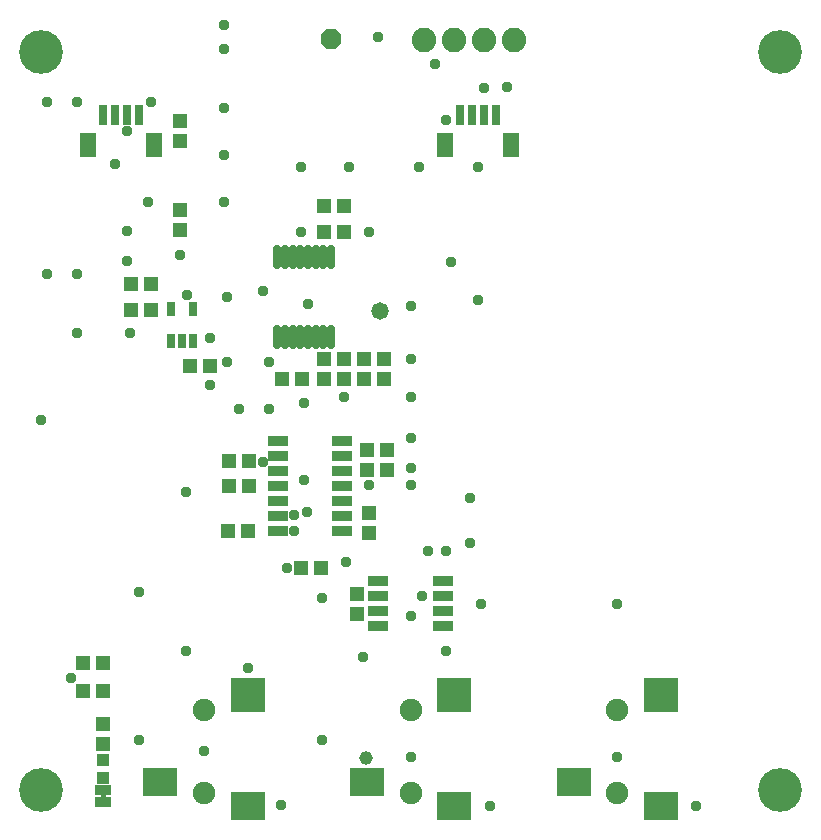
<source format=gbr>
G04 EAGLE Gerber RS-274X export*
G75*
%MOMM*%
%FSLAX34Y34*%
%LPD*%
%INSoldermask Top*%
%IPPOS*%
%AMOC8*
5,1,8,0,0,1.08239X$1,22.5*%
G01*
%ADD10C,3.703200*%
%ADD11R,1.303200X1.203200*%
%ADD12C,1.903200*%
%ADD13R,3.003200X2.403200*%
%ADD14R,3.003200X3.003200*%
%ADD15R,1.203200X1.303200*%
%ADD16C,0.653200*%
%ADD17R,0.762000X1.231900*%
%ADD18C,2.082800*%
%ADD19R,0.803200X1.753200*%
%ADD20R,1.403200X2.003200*%
%ADD21C,1.473200*%
%ADD22P,1.869504X8X22.500000*%
%ADD23R,1.003200X1.003200*%
%ADD24R,1.473200X0.838200*%
%ADD25R,1.728200X0.853200*%
%ADD26C,0.959600*%
%ADD27C,1.159600*%

G36*
X91335Y29472D02*
X91335Y29472D01*
X91401Y29474D01*
X91444Y29492D01*
X91491Y29500D01*
X91548Y29534D01*
X91608Y29559D01*
X91643Y29590D01*
X91684Y29615D01*
X91726Y29666D01*
X91774Y29710D01*
X91796Y29752D01*
X91825Y29789D01*
X91846Y29851D01*
X91877Y29910D01*
X91885Y29964D01*
X91897Y30001D01*
X91896Y30041D01*
X91904Y30095D01*
X91904Y33905D01*
X91893Y33970D01*
X91891Y34036D01*
X91873Y34079D01*
X91865Y34126D01*
X91831Y34183D01*
X91806Y34243D01*
X91775Y34278D01*
X91750Y34319D01*
X91699Y34361D01*
X91655Y34409D01*
X91613Y34431D01*
X91576Y34460D01*
X91514Y34481D01*
X91455Y34512D01*
X91401Y34520D01*
X91364Y34532D01*
X91324Y34531D01*
X91270Y34539D01*
X88730Y34539D01*
X88665Y34528D01*
X88599Y34526D01*
X88556Y34508D01*
X88509Y34500D01*
X88452Y34466D01*
X88392Y34441D01*
X88357Y34410D01*
X88316Y34385D01*
X88275Y34334D01*
X88226Y34290D01*
X88204Y34248D01*
X88175Y34211D01*
X88154Y34149D01*
X88123Y34090D01*
X88115Y34036D01*
X88103Y33999D01*
X88103Y33995D01*
X88103Y33994D01*
X88104Y33959D01*
X88096Y33905D01*
X88096Y30095D01*
X88107Y30030D01*
X88109Y29964D01*
X88127Y29921D01*
X88135Y29874D01*
X88169Y29817D01*
X88194Y29757D01*
X88225Y29722D01*
X88250Y29681D01*
X88301Y29640D01*
X88345Y29591D01*
X88387Y29569D01*
X88424Y29540D01*
X88486Y29519D01*
X88545Y29488D01*
X88599Y29480D01*
X88636Y29468D01*
X88676Y29469D01*
X88730Y29461D01*
X91270Y29461D01*
X91335Y29472D01*
G37*
D10*
X37500Y662500D03*
X662500Y662500D03*
X37500Y37500D03*
X662500Y37500D03*
D11*
X276500Y531700D03*
X293500Y531700D03*
X276500Y510000D03*
X293500Y510000D03*
X277000Y402500D03*
X294000Y402500D03*
X213500Y295000D03*
X196500Y295000D03*
X213500Y316000D03*
X196500Y316000D03*
X90000Y121500D03*
X73000Y121500D03*
X90000Y144500D03*
X73000Y144500D03*
D12*
X525000Y35000D03*
D13*
X488000Y44000D03*
X562000Y24000D03*
D14*
X562000Y118000D03*
D12*
X525000Y105000D03*
X175000Y35000D03*
D13*
X138000Y44000D03*
X212000Y24000D03*
D14*
X212000Y118000D03*
D12*
X175000Y105000D03*
X350000Y35000D03*
D13*
X313000Y44000D03*
X387000Y24000D03*
D14*
X387000Y118000D03*
D12*
X350000Y105000D03*
D15*
X155100Y528500D03*
X155100Y511500D03*
D11*
X330500Y325000D03*
X313500Y325000D03*
D15*
X154900Y586600D03*
X154900Y603600D03*
D11*
X241500Y385000D03*
X258500Y385000D03*
X276500Y385000D03*
X293500Y385000D03*
X327500Y402500D03*
X310500Y402500D03*
X310500Y385000D03*
X327500Y385000D03*
X313500Y308000D03*
X330500Y308000D03*
D16*
X282750Y482250D02*
X282750Y495750D01*
X276250Y495750D02*
X276250Y482250D01*
X269750Y482250D02*
X269750Y495750D01*
X263250Y495750D02*
X263250Y482250D01*
X256750Y482250D02*
X256750Y495750D01*
X250250Y495750D02*
X250250Y482250D01*
X243750Y482250D02*
X243750Y495750D01*
X237250Y495750D02*
X237250Y482250D01*
X282750Y427750D02*
X282750Y414250D01*
X276250Y414250D02*
X276250Y427750D01*
X269750Y427750D02*
X269750Y414250D01*
X263250Y414250D02*
X263250Y427750D01*
X256750Y427750D02*
X256750Y414250D01*
X250250Y414250D02*
X250250Y427750D01*
X243750Y427750D02*
X243750Y414250D01*
X237250Y414250D02*
X237250Y427750D01*
D17*
X147000Y417602D03*
X156500Y417602D03*
X166000Y417602D03*
X166000Y444399D03*
X147000Y444399D03*
D15*
X180000Y396000D03*
X163000Y396000D03*
D18*
X438000Y672000D03*
X412600Y672000D03*
X387200Y672000D03*
X361800Y672000D03*
D19*
X412000Y609240D03*
X402000Y609240D03*
X422000Y609240D03*
X392000Y609240D03*
D20*
X379000Y583758D03*
X435000Y583758D03*
D19*
X110000Y609240D03*
X100000Y609240D03*
X120000Y609240D03*
X90000Y609240D03*
D20*
X77000Y583758D03*
X133000Y583758D03*
D21*
X324000Y443000D03*
D11*
X130000Y444000D03*
X113000Y444000D03*
X130000Y466000D03*
X113000Y466000D03*
D22*
X283000Y673000D03*
D15*
X90000Y76500D03*
X90000Y93500D03*
D23*
X90000Y47500D03*
X90000Y62500D03*
D24*
X90000Y26920D03*
X90000Y37080D03*
D25*
X237880Y333100D03*
X237880Y320400D03*
X237880Y307700D03*
X237880Y295000D03*
X237880Y282300D03*
X237880Y269600D03*
X237880Y256900D03*
X292120Y256900D03*
X292120Y269600D03*
X292120Y282300D03*
X292120Y295000D03*
X292120Y307700D03*
X292120Y320400D03*
X292120Y333100D03*
X322880Y214050D03*
X322880Y201350D03*
X322880Y188650D03*
X322880Y175950D03*
X377120Y175950D03*
X377120Y188650D03*
X377120Y201350D03*
X377120Y214050D03*
D11*
X195500Y257000D03*
X212500Y257000D03*
D15*
X304500Y186500D03*
X304500Y203500D03*
D11*
X257500Y225000D03*
X274500Y225000D03*
D15*
X315000Y272000D03*
X315000Y255000D03*
D26*
X62500Y132500D03*
X417000Y24000D03*
X592000Y24000D03*
X37000Y351000D03*
X240000Y25000D03*
X130000Y620000D03*
X195000Y400000D03*
X230000Y400000D03*
X225000Y460000D03*
X195000Y455000D03*
X180000Y420000D03*
X180000Y380000D03*
X205000Y360000D03*
X230000Y360000D03*
X260000Y365000D03*
X263000Y448500D03*
X350000Y447500D03*
X350000Y370000D03*
X350000Y335000D03*
X350000Y296000D03*
X315000Y296000D03*
X295000Y230000D03*
X365000Y240000D03*
X350000Y185000D03*
X175000Y70000D03*
X350000Y65000D03*
X525000Y65000D03*
X275000Y200000D03*
X275000Y80000D03*
X310000Y150000D03*
X380000Y155000D03*
X410000Y195000D03*
X160000Y155000D03*
X120000Y80000D03*
X120000Y205000D03*
X160000Y290000D03*
X380000Y605000D03*
X370500Y652000D03*
X262500Y272500D03*
X260000Y300000D03*
X100000Y567500D03*
X384000Y484000D03*
X315000Y510000D03*
X257500Y510000D03*
X257500Y565000D03*
X192500Y575000D03*
X192500Y535000D03*
X127500Y535000D03*
X192500Y615000D03*
X192500Y665000D03*
X322500Y675000D03*
X67500Y619500D03*
X42500Y619500D03*
X67500Y474500D03*
X42500Y474500D03*
X112500Y424500D03*
X67500Y424500D03*
X110000Y485000D03*
X297500Y565000D03*
X357500Y565000D03*
X407500Y565000D03*
X407000Y452500D03*
X432000Y632500D03*
X192500Y685000D03*
X525000Y195000D03*
X110000Y510500D03*
X110000Y595000D03*
X350000Y310000D03*
X380000Y240000D03*
X412500Y632000D03*
X350000Y402500D03*
X155000Y490000D03*
D27*
X312000Y64500D03*
D26*
X212000Y141000D03*
X161000Y456500D03*
X225000Y315000D03*
X251000Y270000D03*
X400000Y246500D03*
X400000Y285000D03*
X245000Y225000D03*
X360000Y201500D03*
X251000Y256500D03*
X293500Y370500D03*
M02*

</source>
